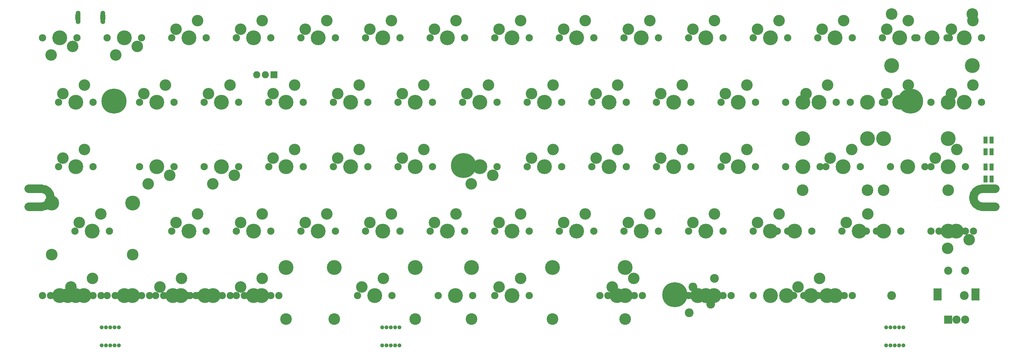
<source format=gts>
G04 #@! TF.GenerationSoftware,KiCad,Pcbnew,(5.1.6-0-10_14)*
G04 #@! TF.CreationDate,2020-06-28T15:00:23+09:00*
G04 #@! TF.ProjectId,Jones,4a6f6e65-732e-46b6-9963-61645f706362,rev?*
G04 #@! TF.SameCoordinates,Original*
G04 #@! TF.FileFunction,Soldermask,Top*
G04 #@! TF.FilePolarity,Negative*
%FSLAX46Y46*%
G04 Gerber Fmt 4.6, Leading zero omitted, Abs format (unit mm)*
G04 Created by KiCad (PCBNEW (5.1.6-0-10_14)) date 2020-06-28 15:00:23*
%MOMM*%
%LPD*%
G01*
G04 APERTURE LIST*
%ADD10C,2.501900*%
%ADD11C,0.000100*%
%ADD12C,1.187400*%
%ADD13C,7.401300*%
%ADD14C,7.400240*%
%ADD15C,1.400000*%
%ADD16C,2.150000*%
%ADD17C,3.400000*%
%ADD18C,4.387800*%
%ADD19R,1.250000X2.000000*%
%ADD20C,2.400000*%
%ADD21R,2.400000X3.600000*%
%ADD22R,2.400000X2.400000*%
%ADD23C,3.448000*%
%ADD24C,4.400000*%
%ADD25C,2.600000*%
%ADD26O,1.500000X2.600000*%
%ADD27O,2.100000X2.100000*%
%ADD28R,2.100000X2.100000*%
G04 APERTURE END LIST*
D10*
X303800000Y-76399050D02*
X307600000Y-76399050D01*
X303800000Y-81700950D02*
X307650000Y-81700950D01*
X22600000Y-76399050D02*
X26400000Y-76399050D01*
X22600000Y-81700950D02*
X26400000Y-81700950D01*
X301149050Y-79050000D02*
G75*
G02*
X303800000Y-76399050I2650950J0D01*
G01*
X303800000Y-81700950D02*
G75*
G02*
X301149050Y-79050000I0J2650950D01*
G01*
X29050950Y-79050000D02*
G75*
G03*
X26400000Y-76399050I-2650950J0D01*
G01*
X26400000Y-81700950D02*
G75*
G03*
X29050950Y-79050000I0J2650950D01*
G01*
D11*
G36*
X43792000Y-24446000D02*
G01*
X43792000Y-26946000D01*
X43792891Y-26980018D01*
X43795561Y-27013944D01*
X43800003Y-27047682D01*
X43806204Y-27081143D01*
X43814148Y-27114232D01*
X43823813Y-27146861D01*
X43835173Y-27178939D01*
X43848195Y-27210379D01*
X43862846Y-27241094D01*
X43879083Y-27271000D01*
X43896864Y-27300015D01*
X43916139Y-27328060D01*
X43936855Y-27355058D01*
X43958956Y-27380935D01*
X43982381Y-27405619D01*
X44007065Y-27429044D01*
X44032942Y-27451145D01*
X44059940Y-27471861D01*
X44087985Y-27491136D01*
X44117000Y-27508917D01*
X44146906Y-27525154D01*
X44177621Y-27539805D01*
X44209061Y-27552827D01*
X44241139Y-27564187D01*
X44273768Y-27573852D01*
X44306857Y-27581796D01*
X44340318Y-27587997D01*
X44374056Y-27592439D01*
X44407982Y-27595109D01*
X44442000Y-27596000D01*
X44476018Y-27595109D01*
X44509944Y-27592439D01*
X44543682Y-27587997D01*
X44577143Y-27581796D01*
X44610232Y-27573852D01*
X44642861Y-27564187D01*
X44674939Y-27552827D01*
X44706379Y-27539805D01*
X44737094Y-27525154D01*
X44767000Y-27508917D01*
X44796015Y-27491136D01*
X44824060Y-27471861D01*
X44851058Y-27451145D01*
X44876935Y-27429044D01*
X44901619Y-27405619D01*
X44925044Y-27380935D01*
X44947145Y-27355058D01*
X44967861Y-27328060D01*
X44987136Y-27300015D01*
X45004917Y-27271000D01*
X45021154Y-27241094D01*
X45035805Y-27210379D01*
X45048827Y-27178939D01*
X45060187Y-27146861D01*
X45069852Y-27114232D01*
X45077796Y-27081143D01*
X45083997Y-27047682D01*
X45088439Y-27013944D01*
X45091109Y-26980018D01*
X45092000Y-26946000D01*
X45092000Y-24446000D01*
X45091109Y-24411982D01*
X45088439Y-24378056D01*
X45083997Y-24344318D01*
X45077796Y-24310857D01*
X45069852Y-24277768D01*
X45060187Y-24245139D01*
X45048827Y-24213061D01*
X45035805Y-24181621D01*
X45021154Y-24150906D01*
X45004917Y-24121000D01*
X44987136Y-24091985D01*
X44967861Y-24063940D01*
X44947145Y-24036942D01*
X44925044Y-24011065D01*
X44901619Y-23986381D01*
X44876935Y-23962956D01*
X44851058Y-23940855D01*
X44824060Y-23920139D01*
X44796015Y-23900864D01*
X44767000Y-23883083D01*
X44737094Y-23866846D01*
X44706379Y-23852195D01*
X44674939Y-23839173D01*
X44642861Y-23827813D01*
X44610232Y-23818148D01*
X44577143Y-23810204D01*
X44543682Y-23804003D01*
X44509944Y-23799561D01*
X44476018Y-23796891D01*
X44442000Y-23796000D01*
X44407982Y-23796891D01*
X44374056Y-23799561D01*
X44340318Y-23804003D01*
X44306857Y-23810204D01*
X44273768Y-23818148D01*
X44241139Y-23827813D01*
X44209061Y-23839173D01*
X44177621Y-23852195D01*
X44146906Y-23866846D01*
X44117000Y-23883083D01*
X44087985Y-23900864D01*
X44059940Y-23920139D01*
X44032942Y-23940855D01*
X44007065Y-23962956D01*
X43982381Y-23986381D01*
X43958956Y-24011065D01*
X43936855Y-24036942D01*
X43916139Y-24063940D01*
X43896864Y-24091985D01*
X43879083Y-24121000D01*
X43862846Y-24150906D01*
X43848195Y-24181621D01*
X43835173Y-24213061D01*
X43823813Y-24245139D01*
X43814148Y-24277768D01*
X43806204Y-24310857D01*
X43800003Y-24344318D01*
X43795561Y-24378056D01*
X43792891Y-24411982D01*
X43792000Y-24446000D01*
G37*
X43792000Y-24446000D02*
X43792000Y-26946000D01*
X43792891Y-26980018D01*
X43795561Y-27013944D01*
X43800003Y-27047682D01*
X43806204Y-27081143D01*
X43814148Y-27114232D01*
X43823813Y-27146861D01*
X43835173Y-27178939D01*
X43848195Y-27210379D01*
X43862846Y-27241094D01*
X43879083Y-27271000D01*
X43896864Y-27300015D01*
X43916139Y-27328060D01*
X43936855Y-27355058D01*
X43958956Y-27380935D01*
X43982381Y-27405619D01*
X44007065Y-27429044D01*
X44032942Y-27451145D01*
X44059940Y-27471861D01*
X44087985Y-27491136D01*
X44117000Y-27508917D01*
X44146906Y-27525154D01*
X44177621Y-27539805D01*
X44209061Y-27552827D01*
X44241139Y-27564187D01*
X44273768Y-27573852D01*
X44306857Y-27581796D01*
X44340318Y-27587997D01*
X44374056Y-27592439D01*
X44407982Y-27595109D01*
X44442000Y-27596000D01*
X44476018Y-27595109D01*
X44509944Y-27592439D01*
X44543682Y-27587997D01*
X44577143Y-27581796D01*
X44610232Y-27573852D01*
X44642861Y-27564187D01*
X44674939Y-27552827D01*
X44706379Y-27539805D01*
X44737094Y-27525154D01*
X44767000Y-27508917D01*
X44796015Y-27491136D01*
X44824060Y-27471861D01*
X44851058Y-27451145D01*
X44876935Y-27429044D01*
X44901619Y-27405619D01*
X44925044Y-27380935D01*
X44947145Y-27355058D01*
X44967861Y-27328060D01*
X44987136Y-27300015D01*
X45004917Y-27271000D01*
X45021154Y-27241094D01*
X45035805Y-27210379D01*
X45048827Y-27178939D01*
X45060187Y-27146861D01*
X45069852Y-27114232D01*
X45077796Y-27081143D01*
X45083997Y-27047682D01*
X45088439Y-27013944D01*
X45091109Y-26980018D01*
X45092000Y-26946000D01*
X45092000Y-24446000D01*
X45091109Y-24411982D01*
X45088439Y-24378056D01*
X45083997Y-24344318D01*
X45077796Y-24310857D01*
X45069852Y-24277768D01*
X45060187Y-24245139D01*
X45048827Y-24213061D01*
X45035805Y-24181621D01*
X45021154Y-24150906D01*
X45004917Y-24121000D01*
X44987136Y-24091985D01*
X44967861Y-24063940D01*
X44947145Y-24036942D01*
X44925044Y-24011065D01*
X44901619Y-23986381D01*
X44876935Y-23962956D01*
X44851058Y-23940855D01*
X44824060Y-23920139D01*
X44796015Y-23900864D01*
X44767000Y-23883083D01*
X44737094Y-23866846D01*
X44706379Y-23852195D01*
X44674939Y-23839173D01*
X44642861Y-23827813D01*
X44610232Y-23818148D01*
X44577143Y-23810204D01*
X44543682Y-23804003D01*
X44509944Y-23799561D01*
X44476018Y-23796891D01*
X44442000Y-23796000D01*
X44407982Y-23796891D01*
X44374056Y-23799561D01*
X44340318Y-23804003D01*
X44306857Y-23810204D01*
X44273768Y-23818148D01*
X44241139Y-23827813D01*
X44209061Y-23839173D01*
X44177621Y-23852195D01*
X44146906Y-23866846D01*
X44117000Y-23883083D01*
X44087985Y-23900864D01*
X44059940Y-23920139D01*
X44032942Y-23940855D01*
X44007065Y-23962956D01*
X43982381Y-23986381D01*
X43958956Y-24011065D01*
X43936855Y-24036942D01*
X43916139Y-24063940D01*
X43896864Y-24091985D01*
X43879083Y-24121000D01*
X43862846Y-24150906D01*
X43848195Y-24181621D01*
X43835173Y-24213061D01*
X43823813Y-24245139D01*
X43814148Y-24277768D01*
X43806204Y-24310857D01*
X43800003Y-24344318D01*
X43795561Y-24378056D01*
X43792891Y-24411982D01*
X43792000Y-24446000D01*
G36*
X36492000Y-24446000D02*
G01*
X36492000Y-26946000D01*
X36492891Y-26980018D01*
X36495561Y-27013944D01*
X36500003Y-27047682D01*
X36506204Y-27081143D01*
X36514148Y-27114232D01*
X36523813Y-27146861D01*
X36535173Y-27178939D01*
X36548195Y-27210379D01*
X36562846Y-27241094D01*
X36579083Y-27271000D01*
X36596864Y-27300015D01*
X36616139Y-27328060D01*
X36636855Y-27355058D01*
X36658956Y-27380935D01*
X36682381Y-27405619D01*
X36707065Y-27429044D01*
X36732942Y-27451145D01*
X36759940Y-27471861D01*
X36787985Y-27491136D01*
X36817000Y-27508917D01*
X36846906Y-27525154D01*
X36877621Y-27539805D01*
X36909061Y-27552827D01*
X36941139Y-27564187D01*
X36973768Y-27573852D01*
X37006857Y-27581796D01*
X37040318Y-27587997D01*
X37074056Y-27592439D01*
X37107982Y-27595109D01*
X37142000Y-27596000D01*
X37176018Y-27595109D01*
X37209944Y-27592439D01*
X37243682Y-27587997D01*
X37277143Y-27581796D01*
X37310232Y-27573852D01*
X37342861Y-27564187D01*
X37374939Y-27552827D01*
X37406379Y-27539805D01*
X37437094Y-27525154D01*
X37467000Y-27508917D01*
X37496015Y-27491136D01*
X37524060Y-27471861D01*
X37551058Y-27451145D01*
X37576935Y-27429044D01*
X37601619Y-27405619D01*
X37625044Y-27380935D01*
X37647145Y-27355058D01*
X37667861Y-27328060D01*
X37687136Y-27300015D01*
X37704917Y-27271000D01*
X37721154Y-27241094D01*
X37735805Y-27210379D01*
X37748827Y-27178939D01*
X37760187Y-27146861D01*
X37769852Y-27114232D01*
X37777796Y-27081143D01*
X37783997Y-27047682D01*
X37788439Y-27013944D01*
X37791109Y-26980018D01*
X37792000Y-26946000D01*
X37792000Y-24446000D01*
X37791109Y-24411982D01*
X37788439Y-24378056D01*
X37783997Y-24344318D01*
X37777796Y-24310857D01*
X37769852Y-24277768D01*
X37760187Y-24245139D01*
X37748827Y-24213061D01*
X37735805Y-24181621D01*
X37721154Y-24150906D01*
X37704917Y-24121000D01*
X37687136Y-24091985D01*
X37667861Y-24063940D01*
X37647145Y-24036942D01*
X37625044Y-24011065D01*
X37601619Y-23986381D01*
X37576935Y-23962956D01*
X37551058Y-23940855D01*
X37524060Y-23920139D01*
X37496015Y-23900864D01*
X37467000Y-23883083D01*
X37437094Y-23866846D01*
X37406379Y-23852195D01*
X37374939Y-23839173D01*
X37342861Y-23827813D01*
X37310232Y-23818148D01*
X37277143Y-23810204D01*
X37243682Y-23804003D01*
X37209944Y-23799561D01*
X37176018Y-23796891D01*
X37142000Y-23796000D01*
X37107982Y-23796891D01*
X37074056Y-23799561D01*
X37040318Y-23804003D01*
X37006857Y-23810204D01*
X36973768Y-23818148D01*
X36941139Y-23827813D01*
X36909061Y-23839173D01*
X36877621Y-23852195D01*
X36846906Y-23866846D01*
X36817000Y-23883083D01*
X36787985Y-23900864D01*
X36759940Y-23920139D01*
X36732942Y-23940855D01*
X36707065Y-23962956D01*
X36682381Y-23986381D01*
X36658956Y-24011065D01*
X36636855Y-24036942D01*
X36616139Y-24063940D01*
X36596864Y-24091985D01*
X36579083Y-24121000D01*
X36562846Y-24150906D01*
X36548195Y-24181621D01*
X36535173Y-24213061D01*
X36523813Y-24245139D01*
X36514148Y-24277768D01*
X36506204Y-24310857D01*
X36500003Y-24344318D01*
X36495561Y-24378056D01*
X36492891Y-24411982D01*
X36492000Y-24446000D01*
G37*
X36492000Y-24446000D02*
X36492000Y-26946000D01*
X36492891Y-26980018D01*
X36495561Y-27013944D01*
X36500003Y-27047682D01*
X36506204Y-27081143D01*
X36514148Y-27114232D01*
X36523813Y-27146861D01*
X36535173Y-27178939D01*
X36548195Y-27210379D01*
X36562846Y-27241094D01*
X36579083Y-27271000D01*
X36596864Y-27300015D01*
X36616139Y-27328060D01*
X36636855Y-27355058D01*
X36658956Y-27380935D01*
X36682381Y-27405619D01*
X36707065Y-27429044D01*
X36732942Y-27451145D01*
X36759940Y-27471861D01*
X36787985Y-27491136D01*
X36817000Y-27508917D01*
X36846906Y-27525154D01*
X36877621Y-27539805D01*
X36909061Y-27552827D01*
X36941139Y-27564187D01*
X36973768Y-27573852D01*
X37006857Y-27581796D01*
X37040318Y-27587997D01*
X37074056Y-27592439D01*
X37107982Y-27595109D01*
X37142000Y-27596000D01*
X37176018Y-27595109D01*
X37209944Y-27592439D01*
X37243682Y-27587997D01*
X37277143Y-27581796D01*
X37310232Y-27573852D01*
X37342861Y-27564187D01*
X37374939Y-27552827D01*
X37406379Y-27539805D01*
X37437094Y-27525154D01*
X37467000Y-27508917D01*
X37496015Y-27491136D01*
X37524060Y-27471861D01*
X37551058Y-27451145D01*
X37576935Y-27429044D01*
X37601619Y-27405619D01*
X37625044Y-27380935D01*
X37647145Y-27355058D01*
X37667861Y-27328060D01*
X37687136Y-27300015D01*
X37704917Y-27271000D01*
X37721154Y-27241094D01*
X37735805Y-27210379D01*
X37748827Y-27178939D01*
X37760187Y-27146861D01*
X37769852Y-27114232D01*
X37777796Y-27081143D01*
X37783997Y-27047682D01*
X37788439Y-27013944D01*
X37791109Y-26980018D01*
X37792000Y-26946000D01*
X37792000Y-24446000D01*
X37791109Y-24411982D01*
X37788439Y-24378056D01*
X37783997Y-24344318D01*
X37777796Y-24310857D01*
X37769852Y-24277768D01*
X37760187Y-24245139D01*
X37748827Y-24213061D01*
X37735805Y-24181621D01*
X37721154Y-24150906D01*
X37704917Y-24121000D01*
X37687136Y-24091985D01*
X37667861Y-24063940D01*
X37647145Y-24036942D01*
X37625044Y-24011065D01*
X37601619Y-23986381D01*
X37576935Y-23962956D01*
X37551058Y-23940855D01*
X37524060Y-23920139D01*
X37496015Y-23900864D01*
X37467000Y-23883083D01*
X37437094Y-23866846D01*
X37406379Y-23852195D01*
X37374939Y-23839173D01*
X37342861Y-23827813D01*
X37310232Y-23818148D01*
X37277143Y-23810204D01*
X37243682Y-23804003D01*
X37209944Y-23799561D01*
X37176018Y-23796891D01*
X37142000Y-23796000D01*
X37107982Y-23796891D01*
X37074056Y-23799561D01*
X37040318Y-23804003D01*
X37006857Y-23810204D01*
X36973768Y-23818148D01*
X36941139Y-23827813D01*
X36909061Y-23839173D01*
X36877621Y-23852195D01*
X36846906Y-23866846D01*
X36817000Y-23883083D01*
X36787985Y-23900864D01*
X36759940Y-23920139D01*
X36732942Y-23940855D01*
X36707065Y-23962956D01*
X36682381Y-23986381D01*
X36658956Y-24011065D01*
X36636855Y-24036942D01*
X36616139Y-24063940D01*
X36596864Y-24091985D01*
X36579083Y-24121000D01*
X36562846Y-24150906D01*
X36548195Y-24181621D01*
X36535173Y-24213061D01*
X36523813Y-24245139D01*
X36514148Y-24277768D01*
X36506204Y-24310857D01*
X36500003Y-24344318D01*
X36495561Y-24378056D01*
X36492891Y-24411982D01*
X36492000Y-24446000D01*
D12*
X126887840Y-122742560D03*
X128157840Y-122742560D03*
X131967840Y-122742560D03*
X130697840Y-122742560D03*
X129427840Y-122742560D03*
X131967840Y-117408560D03*
X130697840Y-117408560D03*
X126887840Y-117408560D03*
X128157840Y-117408560D03*
X129427840Y-117408560D03*
X275442280Y-122737480D03*
X276712280Y-122737480D03*
X280522280Y-122737480D03*
X279252280Y-122737480D03*
X277982280Y-122737480D03*
X280522280Y-117403480D03*
X279252280Y-117403480D03*
X275442280Y-117403480D03*
X276712280Y-117403480D03*
X277982280Y-117403480D03*
D13*
X47800000Y-50450000D03*
D14*
X150800000Y-69550000D03*
X213100000Y-107750000D03*
X282650000Y-50450000D03*
D15*
X47800000Y-48150000D03*
X45500000Y-50450000D03*
X50100000Y-50450000D03*
X47800000Y-52750000D03*
X46173654Y-48823654D03*
X49426346Y-48823654D03*
X46173654Y-52076346D03*
X49426346Y-52076346D03*
X282650000Y-48150000D03*
X282650000Y-52750000D03*
X283850000Y-52750000D03*
X281450000Y-52750000D03*
X281450000Y-48150000D03*
X283850000Y-48133000D03*
X213100000Y-105450000D03*
X213100000Y-110050000D03*
X214300000Y-105450000D03*
X211900000Y-105450000D03*
X211900000Y-110050000D03*
X214300000Y-110050000D03*
X150800000Y-67250000D03*
X152000000Y-67250000D03*
X149600000Y-67250000D03*
X150800000Y-71850000D03*
X149600000Y-71850000D03*
X152000000Y-71850000D03*
X29000000Y-79050000D03*
X26400000Y-76450000D03*
X26400000Y-81650000D03*
X28238478Y-77211522D03*
X28238478Y-80888478D03*
X24357965Y-76450000D03*
X24357965Y-81650000D03*
X301200000Y-79050000D03*
X301961522Y-77211522D03*
X303800000Y-76450000D03*
X305842035Y-76450000D03*
X305842035Y-81650000D03*
X303800000Y-81650000D03*
X301961522Y-80888478D03*
D12*
X46634000Y-117398400D03*
X45364000Y-117398400D03*
X44094000Y-117398400D03*
X47904000Y-117398400D03*
X49174000Y-117398400D03*
X46634000Y-122732400D03*
X47904000Y-122732400D03*
X49174000Y-122732400D03*
X45364000Y-122732400D03*
X44094000Y-122732400D03*
D16*
X45745000Y-31775040D03*
X55905000Y-31775040D03*
D17*
X54635000Y-34315040D03*
D18*
X50825000Y-31775040D03*
D17*
X48285000Y-36855040D03*
D19*
X304743750Y-65500000D03*
X306493750Y-65500000D03*
X304743750Y-62000000D03*
X306493750Y-62000000D03*
X306493750Y-70000000D03*
X304743750Y-70000000D03*
X306493750Y-73500000D03*
X304743750Y-73500000D03*
D20*
X298712500Y-100619140D03*
X293712500Y-100619140D03*
D21*
X301812500Y-107619140D03*
X290612500Y-107619140D03*
D20*
X298712500Y-115119140D03*
X296212500Y-115119140D03*
D22*
X293712500Y-115119140D03*
D16*
X62413750Y-107975360D03*
X72573750Y-107975360D03*
D18*
X67493750Y-107975360D03*
X50825000Y-107975360D03*
D16*
X55905000Y-107975360D03*
X45745000Y-107975360D03*
X48126250Y-107975360D03*
X58286250Y-107975360D03*
D18*
X53206250Y-107975360D03*
X36537500Y-107975360D03*
D16*
X41617500Y-107975360D03*
X31457500Y-107975360D03*
D18*
X34156250Y-107975360D03*
D16*
X39236250Y-107975360D03*
X29076250Y-107975360D03*
X26695000Y-107975360D03*
X36855000Y-107975360D03*
D18*
X31775000Y-107975360D03*
D16*
X86226250Y-107975360D03*
X96386250Y-107975360D03*
D18*
X91306250Y-107975360D03*
D16*
X69557500Y-107975360D03*
X79717500Y-107975360D03*
D18*
X74637500Y-107975360D03*
X77018750Y-107975360D03*
D16*
X82098750Y-107975360D03*
X71938750Y-107975360D03*
D18*
X198456150Y-99720360D03*
X98456350Y-99720360D03*
D23*
X198456150Y-114960360D03*
X98456350Y-114960360D03*
D16*
X153536250Y-107975360D03*
X143376250Y-107975360D03*
D18*
X148456250Y-107975360D03*
X29362000Y-80670280D03*
X53238000Y-80670280D03*
D23*
X29362000Y-95910280D03*
X53238000Y-95910280D03*
D16*
X46380000Y-88925280D03*
X36220000Y-88925280D03*
D17*
X37490000Y-86385280D03*
D18*
X41300000Y-88925280D03*
D17*
X43840000Y-83845280D03*
X41458750Y-102895360D03*
D18*
X38918750Y-107975360D03*
D17*
X35108750Y-105435360D03*
D16*
X33838750Y-107975360D03*
X43998750Y-107975360D03*
D17*
X127183750Y-102895360D03*
D18*
X124643750Y-107975360D03*
D17*
X120833750Y-105435360D03*
D16*
X119563750Y-107975360D03*
X129723750Y-107975360D03*
D23*
X136581750Y-114960360D03*
X112705750Y-114960360D03*
D18*
X136581750Y-99720360D03*
X112705750Y-99720360D03*
D17*
X167665000Y-102895360D03*
D18*
X165125000Y-107975360D03*
D17*
X161315000Y-105435360D03*
D16*
X160045000Y-107975360D03*
X170205000Y-107975360D03*
D23*
X177063000Y-114960360D03*
X153187000Y-114960360D03*
D18*
X177063000Y-99720360D03*
X153187000Y-99720360D03*
D17*
X29235000Y-36855040D03*
D18*
X31775000Y-31775040D03*
D17*
X35585000Y-34315040D03*
D16*
X36855000Y-31775040D03*
X26695000Y-31775040D03*
X41617500Y-50825120D03*
X31457500Y-50825120D03*
D17*
X32727500Y-48285120D03*
D18*
X36537500Y-50825120D03*
D17*
X39077500Y-45745120D03*
D16*
X41617500Y-69875200D03*
X31457500Y-69875200D03*
D17*
X32727500Y-67335200D03*
D18*
X36537500Y-69875200D03*
D17*
X39077500Y-64795200D03*
D16*
X65430000Y-50825120D03*
X55270000Y-50825120D03*
D17*
X56540000Y-48285120D03*
D18*
X60350000Y-50825120D03*
D17*
X62890000Y-45745120D03*
X57810000Y-74955200D03*
D18*
X60350000Y-69875200D03*
D17*
X64160000Y-72415200D03*
D16*
X65430000Y-69875200D03*
X55270000Y-69875200D03*
D17*
X72415000Y-83845280D03*
D18*
X69875000Y-88925280D03*
D17*
X66065000Y-86385280D03*
D16*
X64795000Y-88925280D03*
X74955000Y-88925280D03*
X70192500Y-107975360D03*
X60032500Y-107975360D03*
D17*
X61302500Y-105435360D03*
D18*
X65112500Y-107975360D03*
D17*
X67652500Y-102895360D03*
X72415000Y-26695040D03*
D18*
X69875000Y-31775040D03*
D17*
X66065000Y-29235040D03*
D16*
X64795000Y-31775040D03*
X74955000Y-31775040D03*
X84480000Y-50825120D03*
X74320000Y-50825120D03*
D17*
X75590000Y-48285120D03*
D18*
X79400000Y-50825120D03*
D17*
X81940000Y-45745120D03*
X76860000Y-74955200D03*
D18*
X79400000Y-69875200D03*
D17*
X83210000Y-72415200D03*
D16*
X84480000Y-69875200D03*
X74320000Y-69875200D03*
D17*
X91465000Y-83845280D03*
D18*
X88925000Y-88925280D03*
D17*
X85115000Y-86385280D03*
D16*
X83845000Y-88925280D03*
X94005000Y-88925280D03*
X94005000Y-107975360D03*
X83845000Y-107975360D03*
D17*
X85115000Y-105435360D03*
D18*
X88925000Y-107975360D03*
D17*
X91465000Y-102895360D03*
X91465000Y-26695040D03*
D18*
X88925000Y-31775040D03*
D17*
X85115000Y-29235040D03*
D16*
X83845000Y-31775040D03*
X94005000Y-31775040D03*
X103530000Y-50825120D03*
X93370000Y-50825120D03*
D17*
X94640000Y-48285120D03*
D18*
X98450000Y-50825120D03*
D17*
X100990000Y-45745120D03*
X100990000Y-64795200D03*
D18*
X98450000Y-69875200D03*
D17*
X94640000Y-67335200D03*
D16*
X93370000Y-69875200D03*
X103530000Y-69875200D03*
D17*
X110515000Y-83845280D03*
D18*
X107975000Y-88925280D03*
D17*
X104165000Y-86385280D03*
D16*
X102895000Y-88925280D03*
X113055000Y-88925280D03*
D17*
X110515000Y-26695040D03*
D18*
X107975000Y-31775040D03*
D17*
X104165000Y-29235040D03*
D16*
X102895000Y-31775040D03*
X113055000Y-31775040D03*
X122580000Y-50825120D03*
X112420000Y-50825120D03*
D17*
X113690000Y-48285120D03*
D18*
X117500000Y-50825120D03*
D17*
X120040000Y-45745120D03*
X120040000Y-64795200D03*
D18*
X117500000Y-69875200D03*
D17*
X113690000Y-67335200D03*
D16*
X112420000Y-69875200D03*
X122580000Y-69875200D03*
D17*
X129565000Y-83845280D03*
D18*
X127025000Y-88925280D03*
D17*
X123215000Y-86385280D03*
D16*
X121945000Y-88925280D03*
X132105000Y-88925280D03*
D17*
X129565000Y-26695040D03*
D18*
X127025000Y-31775040D03*
D17*
X123215000Y-29235040D03*
D16*
X121945000Y-31775040D03*
X132105000Y-31775040D03*
X141630000Y-50825120D03*
X131470000Y-50825120D03*
D17*
X132740000Y-48285120D03*
D18*
X136550000Y-50825120D03*
D17*
X139090000Y-45745120D03*
X139090000Y-64795200D03*
D18*
X136550000Y-69875200D03*
D17*
X132740000Y-67335200D03*
D16*
X131470000Y-69875200D03*
X141630000Y-69875200D03*
D17*
X148615000Y-83845280D03*
D18*
X146075000Y-88925280D03*
D17*
X142265000Y-86385280D03*
D16*
X140995000Y-88925280D03*
X151155000Y-88925280D03*
X151155000Y-31775040D03*
X140995000Y-31775040D03*
D17*
X142265000Y-29235040D03*
D18*
X146075000Y-31775040D03*
D17*
X148615000Y-26695040D03*
D16*
X160680000Y-50825120D03*
X150520000Y-50825120D03*
D17*
X151790000Y-48285120D03*
D18*
X155600000Y-50825120D03*
D17*
X158140000Y-45745120D03*
X153060000Y-74955200D03*
D18*
X155600000Y-69875200D03*
D17*
X159410000Y-72415200D03*
D16*
X160680000Y-69875200D03*
X150520000Y-69875200D03*
D17*
X167665000Y-83845280D03*
D18*
X165125000Y-88925280D03*
D17*
X161315000Y-86385280D03*
D16*
X160045000Y-88925280D03*
X170205000Y-88925280D03*
D17*
X167665000Y-26695040D03*
D18*
X165125000Y-31775040D03*
D17*
X161315000Y-29235040D03*
D16*
X160045000Y-31775040D03*
X170205000Y-31775040D03*
X179730000Y-50825120D03*
X169570000Y-50825120D03*
D17*
X170840000Y-48285120D03*
D18*
X174650000Y-50825120D03*
D17*
X177190000Y-45745120D03*
D16*
X179730000Y-69875200D03*
X169570000Y-69875200D03*
D17*
X170840000Y-67335200D03*
D18*
X174650000Y-69875200D03*
D17*
X177190000Y-64795200D03*
X186715000Y-83845280D03*
D18*
X184175000Y-88925280D03*
D17*
X180365000Y-86385280D03*
D16*
X179095000Y-88925280D03*
X189255000Y-88925280D03*
X189255000Y-31775040D03*
X179095000Y-31775040D03*
D17*
X180365000Y-29235040D03*
D18*
X184175000Y-31775040D03*
D17*
X186715000Y-26695040D03*
D16*
X198780000Y-50825120D03*
X188620000Y-50825120D03*
D17*
X189890000Y-48285120D03*
D18*
X193700000Y-50825120D03*
D17*
X196240000Y-45745120D03*
D16*
X198780000Y-69875200D03*
X188620000Y-69875200D03*
D17*
X189890000Y-67335200D03*
D18*
X193700000Y-69875200D03*
D17*
X196240000Y-64795200D03*
X205765000Y-83845280D03*
D18*
X203225000Y-88925280D03*
D17*
X199415000Y-86385280D03*
D16*
X198145000Y-88925280D03*
X208305000Y-88925280D03*
D17*
X205765000Y-26695040D03*
D18*
X203225000Y-31775040D03*
D17*
X199415000Y-29235040D03*
D16*
X198145000Y-31775040D03*
X208305000Y-31775040D03*
X217830000Y-50825120D03*
X207670000Y-50825120D03*
D17*
X208940000Y-48285120D03*
D18*
X212750000Y-50825120D03*
D17*
X215290000Y-45745120D03*
D16*
X217830000Y-69875200D03*
X207670000Y-69875200D03*
D17*
X208940000Y-67335200D03*
D18*
X212750000Y-69875200D03*
D17*
X215290000Y-64795200D03*
X224815000Y-83845280D03*
D18*
X222275000Y-88925280D03*
D17*
X218465000Y-86385280D03*
D16*
X217195000Y-88925280D03*
X227355000Y-88925280D03*
X227355000Y-31775040D03*
X217195000Y-31775040D03*
D17*
X218465000Y-29235040D03*
D18*
X222275000Y-31775040D03*
D17*
X224815000Y-26695040D03*
D16*
X236880000Y-50825120D03*
X226720000Y-50825120D03*
D17*
X227990000Y-48285120D03*
D18*
X231800000Y-50825120D03*
D17*
X234340000Y-45745120D03*
D16*
X236880000Y-69875200D03*
X226720000Y-69875200D03*
D17*
X227990000Y-67335200D03*
D18*
X231800000Y-69875200D03*
D17*
X234340000Y-64795200D03*
X201002500Y-102895360D03*
D18*
X198462500Y-107975360D03*
D17*
X194652500Y-105435360D03*
D16*
X193382500Y-107975360D03*
X203542500Y-107975360D03*
D17*
X243865000Y-26695040D03*
D18*
X241325000Y-31775040D03*
D17*
X237515000Y-29235040D03*
D16*
X236245000Y-31775040D03*
X246405000Y-31775040D03*
D17*
X258152500Y-45745120D03*
D18*
X255612500Y-50825120D03*
D17*
X251802500Y-48285120D03*
D16*
X250532500Y-50825120D03*
X260692500Y-50825120D03*
D17*
X243865000Y-83845280D03*
D18*
X241325000Y-88925280D03*
D17*
X237515000Y-86385280D03*
D16*
X236245000Y-88925280D03*
X246405000Y-88925280D03*
X265455000Y-31775040D03*
X255295000Y-31775040D03*
D17*
X256565000Y-29235040D03*
D18*
X260375000Y-31775040D03*
D17*
X262915000Y-26695040D03*
D16*
X298792500Y-69875200D03*
X288632500Y-69875200D03*
D17*
X289902500Y-67335200D03*
D18*
X293712500Y-69875200D03*
D17*
X296252500Y-64795200D03*
D16*
X272598750Y-88925280D03*
X262438750Y-88925280D03*
D17*
X263708750Y-86385280D03*
D18*
X267518750Y-88925280D03*
D17*
X270058750Y-83845280D03*
D16*
X258311250Y-107975360D03*
X248151250Y-107975360D03*
D17*
X249421250Y-105435360D03*
D18*
X253231250Y-107975360D03*
D17*
X255771250Y-102895360D03*
X281965000Y-26695040D03*
D18*
X279425000Y-31775040D03*
D17*
X275615000Y-29235040D03*
D16*
X274345000Y-31775040D03*
X284505000Y-31775040D03*
X303555000Y-31775040D03*
X293395000Y-31775040D03*
D17*
X294665000Y-29235040D03*
D18*
X298475000Y-31775040D03*
D17*
X301015000Y-26695040D03*
D16*
X303555000Y-50825120D03*
X293395000Y-50825120D03*
D17*
X294665000Y-48285120D03*
D18*
X298475000Y-50825120D03*
D17*
X301015000Y-45745120D03*
D16*
X291013750Y-88925280D03*
X301173750Y-88925280D03*
D17*
X299903750Y-91465280D03*
D18*
X296093750Y-88925280D03*
D17*
X293553750Y-94005280D03*
D16*
X191001250Y-107975360D03*
X201161250Y-107975360D03*
D18*
X196081250Y-107975360D03*
X222275000Y-107975360D03*
D16*
X227355000Y-107975360D03*
X217195000Y-107975360D03*
D24*
X219893750Y-107975360D03*
D25*
X223703750Y-110515360D03*
X217353750Y-113055360D03*
D17*
X281965000Y-45745120D03*
D18*
X279425000Y-50825120D03*
D17*
X275615000Y-48285120D03*
D16*
X274345000Y-50825120D03*
X284505000Y-50825120D03*
D18*
X250850000Y-50825120D03*
D16*
X255930000Y-50825120D03*
X245770000Y-50825120D03*
D18*
X250850000Y-69875200D03*
D16*
X255930000Y-69875200D03*
X245770000Y-69875200D03*
X243388750Y-88925280D03*
X253548750Y-88925280D03*
D18*
X248468750Y-88925280D03*
D16*
X264820000Y-50825120D03*
X274980000Y-50825120D03*
D18*
X269900000Y-50825120D03*
X274662500Y-88925280D03*
D16*
X279742500Y-88925280D03*
X269582500Y-88925280D03*
X288632500Y-50825120D03*
X298792500Y-50825120D03*
D18*
X293712500Y-50825120D03*
D16*
X298792500Y-88925280D03*
X288632500Y-88925280D03*
D18*
X293712500Y-88925280D03*
D17*
X265296250Y-64795200D03*
D18*
X262756250Y-69875200D03*
D17*
X258946250Y-67335200D03*
D16*
X257676250Y-69875200D03*
X267836250Y-69875200D03*
D23*
X274694250Y-76860200D03*
X250818250Y-76860200D03*
D18*
X274694250Y-61620200D03*
X250818250Y-61620200D03*
D16*
X255295000Y-107975360D03*
X265455000Y-107975360D03*
D18*
X260375000Y-107975360D03*
D16*
X241007500Y-107975360D03*
X251167500Y-107975360D03*
D18*
X246087500Y-107975360D03*
X241325000Y-107975360D03*
D16*
X246405000Y-107975360D03*
X236245000Y-107975360D03*
D18*
X257993750Y-107975360D03*
D16*
X263073750Y-107975360D03*
X252913750Y-107975360D03*
X229736250Y-107975360D03*
X219576250Y-107975360D03*
D18*
X224656250Y-107975360D03*
D24*
X222275000Y-107975360D03*
D25*
X218465000Y-105435360D03*
X224815000Y-102895360D03*
D18*
X269900000Y-61620200D03*
X293712500Y-61620200D03*
D23*
X269900000Y-76860200D03*
X293712500Y-76860200D03*
D16*
X276726250Y-69875200D03*
X286886250Y-69875200D03*
D18*
X281806250Y-69875200D03*
X277043750Y-40030040D03*
X300856250Y-40030040D03*
D23*
X277043750Y-24790040D03*
X300856250Y-24790040D03*
D16*
X283870000Y-31775040D03*
X294030000Y-31775040D03*
D18*
X288950000Y-31775040D03*
D26*
X37142000Y-25696000D03*
X44442000Y-25696000D03*
D25*
X277043750Y-107975360D03*
X298475000Y-107975360D03*
D27*
X89814000Y-42697000D03*
X92354000Y-42697000D03*
D28*
X94894000Y-42697000D03*
M02*

</source>
